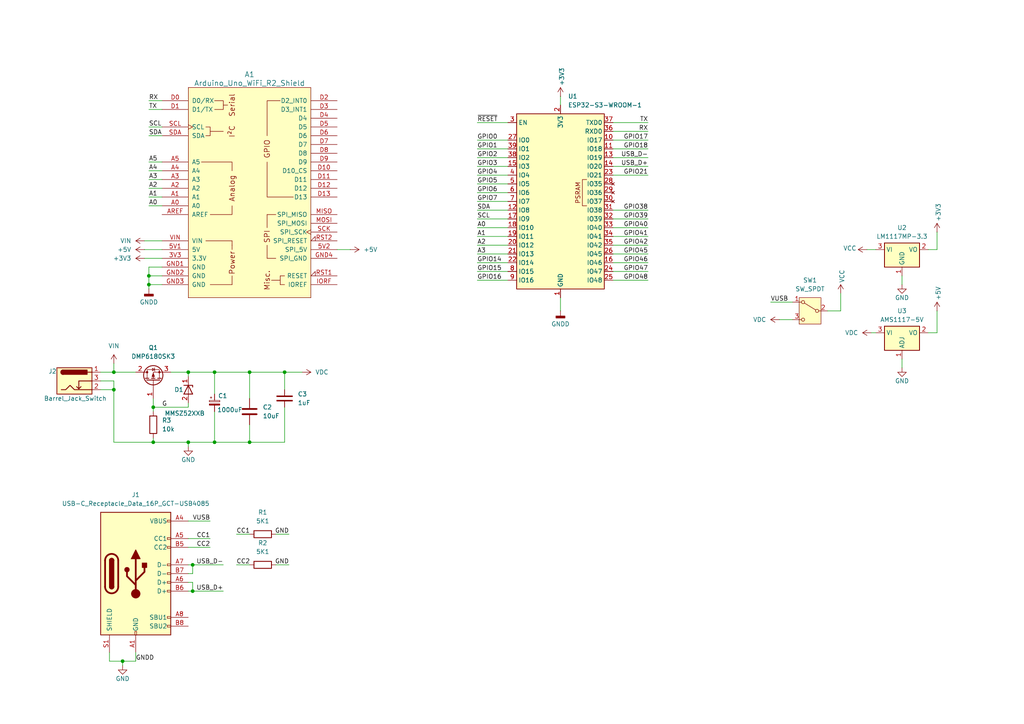
<source format=kicad_sch>
(kicad_sch (version 20231120) (generator "eeschema") (generator_version "8.0")
  (paper "A4")
  (lib_symbols
    (symbol "Alexander Symbol Library:USB-C_Receptacle_Data_16P_GCT-USB4085" (pin_names (offset 1.016))
      (property "Reference" "J" (at 0 22.225 0))
      (property "Value" "USB-C_Receptacle_Data_16P_GCT-USB4085" (at 0 19.685 0))
      (symbol "USB-C_Receptacle_Data_16P_GCT-USB4085_0_0"
        (rectangle (start -0.254 -17.78) (end 0.254 -16.764))
        (rectangle (start 10.16 -14.986) (end 9.144 -15.494))
        (rectangle (start 10.16 -12.446) (end 9.144 -12.954))
        (rectangle (start 10.16 -4.826) (end 9.144 -5.334))
        (rectangle (start 10.16 -2.286) (end 9.144 -2.794))
        (rectangle (start 10.16 0.254) (end 9.144 -0.254))
        (rectangle (start 10.16 2.794) (end 9.144 2.286))
        (rectangle (start 10.16 7.874) (end 9.144 7.366))
        (rectangle (start 10.16 10.414) (end 9.144 9.906))
        (rectangle (start 10.16 15.494) (end 9.144 14.986))
      )
      (symbol "USB-C_Receptacle_Data_16P_GCT-USB4085_0_1"
        (rectangle (start -10.16 17.78) (end 10.16 -17.78) (stroke (width 0.254)) (fill (type background)))
        (arc (start -8.89 -3.81) (mid -6.985 -5.7067) (end -5.08 -3.81) (stroke (width 0.508)))
        (arc (start -7.62 -3.81) (mid -6.985 -4.4423) (end -6.35 -3.81) (stroke (width 0.254)))
        (arc (start -7.62 -3.81) (mid -6.985 -4.4423) (end -6.35 -3.81) (stroke (width 0.254)) (fill (type outline)))
        (rectangle (start -7.62 -3.81) (end -6.35 3.81) (stroke (width 0.254)) (fill (type outline)))
        (arc (start -6.35 3.81) (mid -6.985 4.4423) (end -7.62 3.81) (stroke (width 0.254)))
        (arc (start -6.35 3.81) (mid -6.985 4.4423) (end -7.62 3.81) (stroke (width 0.254)) (fill (type outline)))
        (arc (start -5.08 3.81) (mid -6.985 5.7067) (end -8.89 3.81) (stroke (width 0.508)))
        (circle (center -2.54 1.143) (radius 0.635) (stroke (width 0.254)) (fill (type outline)))
        (circle (center 0 -5.842) (radius 1.27) (fill (type outline)))
        (polyline (pts (xy -8.89 -3.81) (xy -8.89 3.81)) (stroke (width 0.508)))
        (polyline (pts (xy -5.08 3.81) (xy -5.08 -3.81)) (stroke (width 0.508)))
        (polyline (pts (xy 0 -5.842) (xy 0 4.318)) (stroke (width 0.508)))
        (polyline (pts (xy 0 -3.302) (xy -2.54 -0.762) (xy -2.54 0.508)) (stroke (width 0.508)))
        (polyline (pts (xy 0 -2.032) (xy 2.54 0.508) (xy 2.54 1.778)) (stroke (width 0.508)))
        (polyline (pts (xy -1.27 4.318) (xy 0 6.858) (xy 1.27 4.318) (xy -1.27 4.318)) (stroke (width 0.254)) (fill (type outline)))
        (rectangle (start 1.905 1.778) (end 3.175 3.048) (stroke (width 0.254)) (fill (type outline)))
      )
      (symbol "USB-C_Receptacle_Data_16P_GCT-USB4085_1_1"
        (pin power_in line (at 0 -22.86 90) (length 5.08) (name "GND") (number "A1"))
        (pin power_in line (at 0 -22.86 90) (length 5.08) hide (name "GND") (number "A12"))
        (pin power_out line (at 15.24 15.24 180) (length 5.08) (name "VBUS") (number "A4"))
        (pin bidirectional line (at 15.24 10.16 180) (length 5.08) (name "CC1") (number "A5"))
        (pin bidirectional line (at 15.24 -2.54 180) (length 5.08) (name "D+") (number "A6"))
        (pin bidirectional line (at 15.24 2.54 180) (length 5.08) (name "D-") (number "A7"))
        (pin bidirectional line (at 15.24 -12.7 180) (length 5.08) (name "SBU1") (number "A8"))
        (pin power_out line (at 15.24 15.24 180) (length 5.08) hide (name "VBUS") (number "A9"))
        (pin power_in line (at 0 -22.86 90) (length 5.08) hide (name "GND") (number "B1"))
        (pin power_in line (at 0 -22.86 90) (length 5.08) hide (name "GND") (number "B12"))
        (pin power_out line (at 15.24 15.24 180) (length 5.08) hide (name "VBUS") (number "B4"))
        (pin bidirectional line (at 15.24 7.62 180) (length 5.08) (name "CC2") (number "B5"))
        (pin bidirectional line (at 15.24 -5.08 180) (length 5.08) (name "D+") (number "B6"))
        (pin bidirectional line (at 15.24 0 180) (length 5.08) (name "D-") (number "B7"))
        (pin bidirectional line (at 15.24 -15.24 180) (length 5.08) (name "SBU2") (number "B8"))
        (pin passive line (at 15.24 15.24 180) (length 5.08) hide (name "VBUS") (number "B9"))
        (pin power_in line (at -7.62 -22.86 90) (length 5.08) (name "SHIELD") (number "S1"))
        (pin power_in line (at -7.62 -22.86 90) (length 5.08) hide (name "SHIELD") (number "S2"))
        (pin power_in line (at -7.62 -22.86 90) (length 5.08) hide (name "SHIELD") (number "S3"))
        (pin power_in line (at -7.62 -22.86 90) (length 5.08) hide (name "SHIELD") (number "S4"))
      )
    )
    (symbol "Alexander Symbols:AMS1117-5V" (exclude_from_sim yes)
      (property "Reference" "U" (at 0 0 0))
      (property "Value" "AMS1117-5V" (at 0 2.032 0))
      (symbol "AMS1117-5V_0_1"
        (rectangle (start -5.08 -8.89) (end 5.08 -1.905) (stroke (width 0.254)) (fill (type background)))
      )
      (symbol "AMS1117-5V_1_1"
        (pin power_out line (at 0 -11.43 90) (length 2.54) (name "ADJ") (number "1"))
        (pin power_out line (at 7.62 -3.81 180) (length 2.54) (name "VO") (number "2"))
        (pin power_in line (at -7.62 -3.81 0) (length 2.54) (name "VI") (number "3"))
      )
    )
    (symbol "Connector:Barrel_Jack_Switch" (pin_names hide)
      (property "Reference" "J" (at 0 5.334 0))
      (property "Value" "Barrel_Jack_Switch" (at 0 -5.08 0))
      (symbol "Barrel_Jack_Switch_0_1"
        (rectangle (start -5.08 3.81) (end 5.08 -3.81) (stroke (width 0.254)) (fill (type background)))
        (arc (start -3.302 3.175) (mid -3.9343 2.54) (end -3.302 1.905) (stroke (width 0.254)))
        (arc (start -3.302 3.175) (mid -3.9343 2.54) (end -3.302 1.905) (stroke (width 0.254)) (fill (type outline)))
        (polyline (pts (xy 1.27 -2.286) (xy 1.905 -1.651)) (stroke (width 0.254)))
        (polyline (pts (xy 5.08 2.54) (xy 3.81 2.54)) (stroke (width 0.254)))
        (polyline (pts (xy 5.08 0) (xy 1.27 0) (xy 1.27 -2.286) (xy 0.635 -1.651)) (stroke (width 0.254)))
        (polyline (pts (xy -3.81 -2.54) (xy -2.54 -2.54) (xy -1.27 -1.27) (xy 0 -2.54) (xy 2.54 -2.54) (xy 5.08 -2.54)) (stroke (width 0.254)))
        (rectangle (start 3.683 3.175) (end -3.302 1.905) (stroke (width 0.254)) (fill (type outline)))
      )
      (symbol "Barrel_Jack_Switch_1_1"
        (pin passive line (at 7.62 2.54 180) (length 2.54) (name "~") (number "1"))
        (pin passive line (at 7.62 -2.54 180) (length 2.54) (name "~") (number "2"))
        (pin passive line (at 7.62 0 180) (length 2.54) (name "~") (number "3"))
      )
    )
    (symbol "Device:C" (pin_numbers hide) (pin_names (offset 0.254))
      (property "Reference" "C" (at 0.635 2.54 0))
      (property "Value" "C" (at 0.635 -2.54 0))
      (symbol "C_0_1"
        (polyline (pts (xy -2.032 -0.762) (xy 2.032 -0.762)) (stroke (width 0.508)))
        (polyline (pts (xy -2.032 0.762) (xy 2.032 0.762)) (stroke (width 0.508)))
      )
      (symbol "C_1_1"
        (pin passive line (at 0 3.81 270) (length 2.794) (name "~") (number "1"))
        (pin passive line (at 0 -3.81 90) (length 2.794) (name "~") (number "2"))
      )
    )
    (symbol "Device:C_Polarized_Small" (pin_numbers hide) (pin_names (offset 0.254) hide)
      (property "Reference" "C" (at 0.254 1.778 0))
      (property "Value" "C_Polarized_Small" (at 0.254 -2.032 0))
      (symbol "C_Polarized_Small_0_1"
        (rectangle (start -1.524 -0.3048) (end 1.524 -0.6858) (fill (type outline)))
        (rectangle (start -1.524 0.6858) (end 1.524 0.3048))
        (polyline (pts (xy -1.27 1.524) (xy -0.762 1.524)))
        (polyline (pts (xy -1.016 1.27) (xy -1.016 1.778)))
      )
      (symbol "C_Polarized_Small_1_1"
        (pin passive line (at 0 2.54 270) (length 1.8542) (name "~") (number "1"))
        (pin passive line (at 0 -2.54 90) (length 1.8542) (name "~") (number "2"))
      )
    )
    (symbol "Device:R" (pin_numbers hide) (pin_names (offset 0))
      (property "Reference" "R" (at 2.032 0 90))
      (property "Value" "R" (at 0 0 90))
      (symbol "R_0_1"
        (rectangle (start -1.016 -2.54) (end 1.016 2.54) (stroke (width 0.254)))
      )
      (symbol "R_1_1"
        (pin passive line (at 0 3.81 270) (length 1.27) (name "~") (number "1"))
        (pin passive line (at 0 -3.81 90) (length 1.27) (name "~") (number "2"))
      )
    )
    (symbol "PCM_SL_Devices:Capacitor_NP"
      (property "Reference" "C" (at 0 6.35 0))
      (property "Value" "Capacitor_NP" (at 0 3.81 0))
      (symbol "Capacitor_NP_0_1"
        (rectangle (start -0.762 2.286) (end -0.508 -2.286) (fill (type outline)))
        (rectangle (start 0.508 2.286) (end 0.762 -2.286) (fill (type outline)))
      )
      (symbol "Capacitor_NP_1_1"
        (pin passive line (at -2.54 0 0) (length 2) (name "~") (number "1"))
        (pin input line (at 2.54 0 180) (length 2) (name "~") (number "2"))
      )
    )
    (symbol "PCM_arduino-library:Arduino_Uno_WiFi_R2_Shield" (pin_names (offset 1.016))
      (property "Reference" "A" (at 0 36.83 0))
      (property "Value" "Arduino_Uno_WiFi_R2_Shield" (at 0 33.02 0))
      (symbol "Arduino_Uno_WiFi_R2_Shield_0_0"
        (rectangle (start -17.78 30.48) (end 17.78 -30.48) (fill (type background)))
        (rectangle (start -12.7 -13.97) (end -5.08 -13.97))
        (rectangle (start -11.43 -26.67) (end -5.08 -26.67))
        (polyline (pts (xy -11.43 17.78) (xy -7.62 17.78)))
        (polyline (pts (xy -7.62 25.4) (xy -6.35 25.4)))
        (polyline (pts (xy -5.08 -26.67) (xy -5.08 -24.13)))
        (polyline (pts (xy -5.08 -15.24) (xy -5.08 -16.51)))
        (polyline (pts (xy -5.08 -13.97) (xy -5.08 -15.24)))
        (polyline (pts (xy -5.08 -3.81) (xy -5.08 -6.35) (xy -11.43 -6.35)))
        (polyline (pts (xy -5.08 6.35) (xy -5.08 8.89) (xy -13.97 8.89)))
        (polyline (pts (xy 5.08 8.89) (xy 5.08 -1.27) (xy 12.7 -1.27)))
        (polyline (pts (xy 5.08 16.51) (xy 5.08 26.67) (xy 8.89 26.67)))
        (polyline (pts (xy -12.7 19.05) (xy -11.43 19.05) (xy -11.43 16.51) (xy -12.7 16.51)))
        (polyline (pts (xy -10.16 26.67) (xy -7.62 26.67) (xy -7.62 24.13) (xy -10.16 24.13)))
        (rectangle (start 5.08 -19.05) (end 5.08 -15.24))
        (rectangle (start 5.08 -19.05) (end 7.62 -19.05))
        (rectangle (start 5.08 -10.16) (end 5.08 -6.35))
        (rectangle (start 7.62 -6.35) (end 5.08 -6.35))
        (rectangle (start 8.89 -25.4) (end 6.35 -25.4))
        (rectangle (start 8.89 -24.13) (end 8.89 -26.67))
        (rectangle (start 10.16 -26.67) (end 8.89 -26.67))
        (rectangle (start 10.16 -24.13) (end 8.89 -24.13))
        (text "Analog" (at -5.08 1.27 900) (effects (font (size 1.524 1.524))))
        (text "I²C" (at -5.08 17.78 900) (effects (font (size 1.524 1.524))))
        (text "Misc." (at 5.08 -25.4 900) (effects (font (size 1.524 1.524))))
        (text "Power" (at -5.08 -20.32 900) (effects (font (size 1.524 1.524))))
        (text "Serial" (at -5.08 25.4 900) (effects (font (size 1.524 1.524))))
        (text "SPI" (at 5.08 -12.7 900) (effects (font (size 1.524 1.524))))
      )
      (symbol "Arduino_Uno_WiFi_R2_Shield_1_0"
        (text "GPIO" (at 5.08 12.7 900) (effects (font (size 1.524 1.524))))
      )
      (symbol "Arduino_Uno_WiFi_R2_Shield_1_1"
        (pin power_out line (at -25.4 -19.05 0) (length 7.62) (name "3.3V") (number "3V3"))
        (pin power_in line (at -25.4 -16.51 0) (length 7.62) (name "5V") (number "5V1"))
        (pin power_in line (at 25.4 -16.51 180) (length 7.62) (name "SPI_5V") (number "5V2"))
        (pin bidirectional line (at -25.4 -3.81 0) (length 7.62) (name "A0") (number "A0"))
        (pin bidirectional line (at -25.4 -1.27 0) (length 7.62) (name "A1") (number "A1"))
        (pin bidirectional line (at -25.4 1.27 0) (length 7.62) (name "A2") (number "A2"))
        (pin bidirectional line (at -25.4 3.81 0) (length 7.62) (name "A3") (number "A3"))
        (pin bidirectional line (at -25.4 6.35 0) (length 7.62) (name "A4") (number "A4"))
        (pin bidirectional line (at -25.4 8.89 0) (length 7.62) (name "A5") (number "A5"))
        (pin input line (at -25.4 -6.35 0) (length 7.62) (name "AREF") (number "AREF"))
        (pin bidirectional line (at -25.4 26.67 0) (length 7.62) (name "D0/RX") (number "D0"))
        (pin bidirectional line (at -25.4 24.13 0) (length 7.62) (name "D1/TX") (number "D1"))
        (pin bidirectional line (at 25.4 6.35 180) (length 7.62) (name "D10_CS") (number "D10"))
        (pin bidirectional line (at 25.4 3.81 180) (length 7.62) (name "D11") (number "D11"))
        (pin bidirectional line (at 25.4 1.27 180) (length 7.62) (name "D12") (number "D12"))
        (pin bidirectional line (at 25.4 -1.27 180) (length 7.62) (name "D13") (number "D13"))
        (pin bidirectional line (at 25.4 26.67 180) (length 7.62) (name "D2_INT0") (number "D2"))
        (pin bidirectional line (at 25.4 24.13 180) (length 7.62) (name "D3_INT1") (number "D3"))
        (pin bidirectional line (at 25.4 21.59 180) (length 7.62) (name "D4") (number "D4"))
        (pin bidirectional line (at 25.4 19.05 180) (length 7.62) (name "D5") (number "D5"))
        (pin bidirectional line (at 25.4 16.51 180) (length 7.62) (name "D6") (number "D6"))
        (pin bidirectional line (at 25.4 13.97 180) (length 7.62) (name "D7") (number "D7"))
        (pin bidirectional line (at 25.4 11.43 180) (length 7.62) (name "D8") (number "D8"))
        (pin bidirectional line (at 25.4 8.89 180) (length 7.62) (name "D9") (number "D9"))
        (pin power_in line (at -25.4 -21.59 0) (length 7.62) (name "GND") (number "GND1"))
        (pin power_in line (at -25.4 -24.13 0) (length 7.62) (name "GND") (number "GND2"))
        (pin power_in line (at -25.4 -26.67 0) (length 7.62) (name "GND") (number "GND3"))
        (pin power_in line (at 25.4 -19.05 180) (length 7.62) (name "SPI_GND") (number "GND4"))
        (pin output line (at 25.4 -26.67 180) (length 7.62) (name "IOREF") (number "IORF"))
        (pin input line (at 25.4 -6.35 180) (length 7.62) (name "SPI_MISO") (number "MISO"))
        (pin output line (at 25.4 -8.89 180) (length 7.62) (name "SPI_MOSI") (number "MOSI"))
        (pin open_collector input_low (at 25.4 -24.13 180) (length 7.62) (name "RESET") (number "RST1"))
        (pin open_collector input_low (at 25.4 -13.97 180) (length 7.62) (name "SPI_RESET") (number "RST2"))
        (pin output clock (at 25.4 -11.43 180) (length 7.62) (name "SPI_SCK") (number "SCK"))
        (pin bidirectional clock (at -25.4 19.05 0) (length 7.62) (name "SCL") (number "SCL"))
        (pin bidirectional line (at -25.4 16.51 0) (length 7.62) (name "SDA") (number "SDA"))
        (pin power_in line (at -25.4 -13.97 0) (length 7.62) (name "VIN") (number "VIN"))
      )
    )
    (symbol "RF_Module:ESP32-S3-WROOM-1"
      (property "Reference" "U6" (at 2.1941 30.48 0))
      (property "Value" "ESP32-S3-WROOM-1" (at 2.1941 27.94 0))
      (symbol "ESP32-S3-WROOM-1_0_0"
        (rectangle (start -12.7 25.4) (end 12.7 -25.4) (stroke (width 0.254)) (fill (type background)))
        (text "PSRAM" (at 5.08 2.54 900) (effects (font (size 1.27 1.27))))
      )
      (symbol "ESP32-S3-WROOM-1_0_1"
        (polyline (pts (xy 7.62 -1.27) (xy 6.35 -1.27) (xy 6.35 6.35) (xy 7.62 6.35)))
      )
      (symbol "ESP32-S3-WROOM-1_1_1"
        (pin power_in line (at 0 -27.94 90) (length 2.54) (name "GND") (number "1"))
        (pin bidirectional line (at 15.24 17.78 180) (length 2.54) (name "IO17") (number "10"))
        (pin bidirectional line (at 15.24 15.24 180) (length 2.54) (name "IO18") (number "11"))
        (pin bidirectional line (at -15.24 -2.54 0) (length 2.54) (name "IO8") (number "12"))
        (pin bidirectional line (at 15.24 12.7 180) (length 2.54) (name "IO19") (number "13"))
        (pin bidirectional line (at 15.24 10.16 180) (length 2.54) (name "IO20") (number "14"))
        (pin bidirectional line (at -15.24 10.16 0) (length 2.54) (name "IO3") (number "15"))
        (pin bidirectional line (at 15.24 -17.78 180) (length 2.54) (name "IO46") (number "16"))
        (pin bidirectional line (at -15.24 -5.08 0) (length 2.54) (name "IO9") (number "17"))
        (pin bidirectional line (at -15.24 -7.62 0) (length 2.54) (name "IO10") (number "18"))
        (pin bidirectional line (at -15.24 -10.16 0) (length 2.54) (name "IO11") (number "19"))
        (pin power_in line (at 0 27.94 270) (length 2.54) (name "3V3") (number "2"))
        (pin bidirectional line (at -15.24 -12.7 0) (length 2.54) (name "IO12") (number "20"))
        (pin bidirectional line (at -15.24 -15.24 0) (length 2.54) (name "IO13") (number "21"))
        (pin bidirectional line (at -15.24 -17.78 0) (length 2.54) (name "IO14") (number "22"))
        (pin bidirectional line (at 15.24 7.62 180) (length 2.54) (name "IO21") (number "23"))
        (pin bidirectional line (at 15.24 -20.32 180) (length 2.54) (name "IO47") (number "24"))
        (pin bidirectional line (at 15.24 -22.86 180) (length 2.54) (name "IO48") (number "25"))
        (pin bidirectional line (at 15.24 -15.24 180) (length 2.54) (name "IO45") (number "26"))
        (pin bidirectional line (at -15.24 17.78 0) (length 2.54) (name "IO0") (number "27"))
        (pin no_connect line (at 15.24 5.08 180) (length 2.54) (name "IO35") (number "28"))
        (pin no_connect line (at 15.24 2.54 180) (length 2.54) (name "IO36") (number "29"))
        (pin input line (at -15.24 22.86 0) (length 2.54) (name "EN") (number "3"))
        (pin no_connect line (at 15.24 0 180) (length 2.54) (name "IO37") (number "30"))
        (pin bidirectional line (at 15.24 -2.54 180) (length 2.54) (name "IO38") (number "31"))
        (pin bidirectional line (at 15.24 -5.08 180) (length 2.54) (name "IO39") (number "32"))
        (pin bidirectional line (at 15.24 -7.62 180) (length 2.54) (name "IO40") (number "33"))
        (pin bidirectional line (at 15.24 -10.16 180) (length 2.54) (name "IO41") (number "34"))
        (pin bidirectional line (at 15.24 -12.7 180) (length 2.54) (name "IO42") (number "35"))
        (pin bidirectional line (at 15.24 20.32 180) (length 2.54) (name "RXD0") (number "36"))
        (pin bidirectional line (at 15.24 22.86 180) (length 2.54) (name "TXD0") (number "37"))
        (pin bidirectional line (at -15.24 12.7 0) (length 2.54) (name "IO2") (number "38"))
        (pin bidirectional line (at -15.24 15.24 0) (length 2.54) (name "IO1") (number "39"))
        (pin bidirectional line (at -15.24 7.62 0) (length 2.54) (name "IO4") (number "4"))
        (pin passive line (at 0 -27.94 90) (length 2.54) hide (name "GND") (number "40"))
        (pin passive line (at 0 -27.94 90) (length 2.54) hide (name "GND") (number "41"))
        (pin bidirectional line (at -15.24 5.08 0) (length 2.54) (name "IO5") (number "5"))
        (pin bidirectional line (at -15.24 2.54 0) (length 2.54) (name "IO6") (number "6"))
        (pin bidirectional line (at -15.24 0 0) (length 2.54) (name "IO7") (number "7"))
        (pin bidirectional line (at -15.24 -20.32 0) (length 2.54) (name "IO15") (number "8"))
        (pin bidirectional line (at -15.24 -22.86 0) (length 2.54) (name "IO16") (number "9"))
      )
    )
    (symbol "Regulator_Linear:LM1117MP-3.3"
      (property "Reference" "U" (at -3.81 3.175 0))
      (property "Value" "LM1117MP-3.3" (at 0 3.175 0))
      (symbol "LM1117MP-3.3_0_1"
        (rectangle (start -5.08 -5.08) (end 5.08 1.905) (stroke (width 0.254)) (fill (type background)))
      )
      (symbol "LM1117MP-3.3_1_1"
        (pin power_in line (at 0 -7.62 90) (length 2.54) (name "GND") (number "1"))
        (pin power_out line (at 7.62 0 180) (length 2.54) (name "VO") (number "2"))
        (pin power_in line (at -7.62 0 0) (length 2.54) (name "VI") (number "3"))
      )
    )
    (symbol "Switch:SW_SPDT" (pin_names (offset 0) hide)
      (property "Reference" "SW" (at 0 5.08 0))
      (property "Value" "SW_SPDT" (at 0 -5.08 0))
      (symbol "SW_SPDT_0_1"
        (circle (center -2.032 0) (radius 0.4572))
        (polyline (pts (xy -1.651 0.254) (xy 1.651 2.286)))
        (circle (center 2.032 -2.54) (radius 0.4572))
        (circle (center 2.032 2.54) (radius 0.4572))
      )
      (symbol "SW_SPDT_1_1"
        (rectangle (start -3.175 3.81) (end 3.175 -3.81) (fill (type background)))
        (pin passive line (at 5.08 2.54 180) (length 2.54) (name "A") (number "1"))
        (pin passive line (at -5.08 0 0) (length 2.54) (name "B") (number "2"))
        (pin passive line (at 5.08 -2.54 180) (length 2.54) (name "C") (number "3"))
      )
    )
    (symbol "myparts:DMP6180SK3" (pin_names hide)
      (property "Reference" "Q" (at -6.35 3.81 0))
      (property "Value" "DMP6180SK3" (at -8.89 -5.08 0))
      (symbol "DMP6180SK3_0_1"
        (circle (center -0.889 0) (radius 2.794) (stroke (width 0.254)))
        (circle (center 0 -1.778) (radius 0.254) (fill (type outline)))
        (polyline (pts (xy -2.286 0) (xy -5.08 0)))
        (polyline (pts (xy -2.286 1.905) (xy -2.286 -1.905)) (stroke (width 0.254)))
        (polyline (pts (xy -1.778 -1.27) (xy -1.778 -2.286)) (stroke (width 0.254)))
        (polyline (pts (xy -1.778 0.508) (xy -1.778 -0.508)) (stroke (width 0.254)))
        (polyline (pts (xy -1.778 2.286) (xy -1.778 1.27)) (stroke (width 0.254)))
        (polyline (pts (xy 0 2.54) (xy 0 1.778)))
        (polyline (pts (xy 0 -2.54) (xy 0 0) (xy -1.778 0)))
        (polyline (pts (xy -1.778 1.778) (xy 0.762 1.778) (xy 0.762 -1.778) (xy -1.778 -1.778)))
        (polyline (pts (xy -0.254 0) (xy -1.27 0.381) (xy -1.27 -0.381) (xy -0.254 0)) (fill (type outline)))
        (polyline (pts (xy 0.254 -0.508) (xy 0.381 -0.381) (xy 1.143 -0.381) (xy 1.27 -0.254)))
        (polyline (pts (xy 0.762 -0.381) (xy 0.381 0.254) (xy 1.143 0.254) (xy 0.762 -0.381)))
        (circle (center 0 1.778) (radius 0.254) (fill (type outline)))
      )
      (symbol "DMP6180SK3_1_1"
        (pin input line (at -7.62 0 0) (length 2.54) (name "G") (number "1"))
        (pin passive line (at 0 5.08 270) (length 2.54) (name "D") (number "2"))
        (pin passive line (at 0 -5.08 90) (length 2.54) (name "S") (number "3"))
      )
    )
    (symbol "myparts:MMSZ52XXB" (pin_names hide)
      (property "Reference" "D" (at -7.62 -2.54 0))
      (property "Value" "MMSZ52XXB" (at -2.54 3.81 0))
      (symbol "MMSZ52XXB_0_1"
        (polyline (pts (xy 2.54 0) (xy 0 0)))
        (polyline (pts (xy 0 -1.27) (xy 0 1.27) (xy 0.508 1.27)) (stroke (width 0.254)))
        (polyline (pts (xy 2.54 -1.27) (xy 2.54 1.27) (xy 0 0) (xy 2.54 -1.27)) (stroke (width 0.254)))
      )
      (symbol "MMSZ52XXB_1_1"
        (pin passive line (at -2.54 0 0) (length 2.54) (name "K") (number "1"))
        (pin passive line (at 5.08 0 180) (length 2.54) (name "A") (number "2"))
      )
    )
    (symbol "power:+3V3" (power) (pin_numbers hide) (pin_names (offset 0) hide)
      (property "Value" "+3V3" (at 0 3.556 0))
      (symbol "+3V3_0_1"
        (polyline (pts (xy -0.762 1.27) (xy 0 2.54)))
        (polyline (pts (xy 0 0) (xy 0 2.54)))
        (polyline (pts (xy 0 2.54) (xy 0.762 1.27)))
      )
      (symbol "+3V3_1_1"
        (pin power_in line (at 0 0 90) (length 0) (name "~") (number "1"))
      )
    )
    (symbol "power:+5V" (power) (pin_numbers hide) (pin_names (offset 0) hide)
      (property "Value" "+5V" (at 0 3.556 0))
      (symbol "+5V_0_1"
        (polyline (pts (xy -0.762 1.27) (xy 0 2.54)))
        (polyline (pts (xy 0 0) (xy 0 2.54)))
        (polyline (pts (xy 0 2.54) (xy 0.762 1.27)))
      )
      (symbol "+5V_1_1"
        (pin power_in line (at 0 0 90) (length 0) (name "~") (number "1"))
      )
    )
    (symbol "power:GND" (power) (pin_names (offset 0))
      (property "Value" "GND" (at 0 -3.81 0))
      (symbol "GND_0_1"
        (polyline (pts (xy 0 0) (xy 0 -1.27) (xy 1.27 -1.27) (xy 0 -2.54) (xy -1.27 -1.27) (xy 0 -1.27)))
      )
      (symbol "GND_1_1"
        (pin power_in line (at 0 0 270) (length 0) hide (name "GND") (number "1"))
      )
    )
    (symbol "power:GNDD" (power) (pin_numbers hide) (pin_names (offset 0) hide)
      (property "Value" "GNDD" (at 0 -3.175 0))
      (symbol "GNDD_0_1"
        (rectangle (start -1.27 -1.524) (end 1.27 -2.032) (stroke (width 0.254)) (fill (type outline)))
        (polyline (pts (xy 0 0) (xy 0 -1.524)))
      )
      (symbol "GNDD_1_1"
        (pin power_in line (at 0 0 270) (length 0) (name "~") (number "1"))
      )
    )
    (symbol "power:VCC" (power) (pin_names (offset 0))
      (property "Value" "VCC" (at 0 3.81 0))
      (symbol "VCC_0_1"
        (polyline (pts (xy -0.762 1.27) (xy 0 2.54)))
        (polyline (pts (xy 0 0) (xy 0 2.54)))
        (polyline (pts (xy 0 2.54) (xy 0.762 1.27)))
      )
      (symbol "VCC_1_1"
        (pin power_in line (at 0 0 90) (length 0) hide (name "VCC") (number "1"))
      )
    )
    (symbol "power:VDC" (power) (pin_numbers hide) (pin_names (offset 0) hide)
      (property "Value" "VDC" (at 0 3.556 0))
      (symbol "VDC_0_1"
        (polyline (pts (xy -0.762 1.27) (xy 0 2.54)))
        (polyline (pts (xy 0 0) (xy 0 2.54)))
        (polyline (pts (xy 0 2.54) (xy 0.762 1.27)))
      )
      (symbol "VDC_1_1"
        (pin power_in line (at 0 0 90) (length 0) (name "~") (number "1"))
      )
    )
  )
  (junction (at 55.88 171.45))
  (junction (at 62.23 107.95))
  (junction (at 72.39 128.27))
  (junction (at 54.61 128.27))
  (junction (at 44.45 128.27))
  (junction (at 35.56 191.77))
  (junction (at 55.88 163.83))
  (junction (at 33.02 113.03))
  (junction (at 54.61 107.95))
  (junction (at 43.18 82.55))
  (junction (at 82.55 107.95))
  (junction (at 33.02 107.95))
  (junction (at 44.45 118.11))
  (junction (at 43.18 80.01))
  (junction (at 62.23 128.27))
  (junction (at 72.39 107.95))
  (wire (pts (xy 177.8 73.66) (xy 187.96 73.66)))
  (wire (pts (xy 29.21 107.95) (xy 33.02 107.95)))
  (wire (pts (xy 44.45 119.38) (xy 44.45 118.11)))
  (wire (pts (xy 223.52 87.63) (xy 229.87 87.63)))
  (wire (pts (xy 162.56 86.36) (xy 162.56 90.17)))
  (wire (pts (xy 62.23 128.27) (xy 54.61 128.27)))
  (wire (pts (xy 43.18 52.07) (xy 46.99 52.07)))
  (wire (pts (xy 54.61 116.84) (xy 54.61 118.11)))
  (wire (pts (xy 226.06 92.71) (xy 229.87 92.71)))
  (wire (pts (xy 29.21 110.49) (xy 33.02 110.49)))
  (wire (pts (xy 54.61 158.75) (xy 60.96 158.75)))
  (wire (pts (xy 243.84 90.17) (xy 243.84 85.09)))
  (wire (pts (xy 261.62 104.14) (xy 261.62 106.68)))
  (wire (pts (xy 33.02 105.41) (xy 33.02 107.95)))
  (wire (pts (xy 271.78 96.52) (xy 269.24 96.52)))
  (wire (pts (xy 62.23 119.38) (xy 62.23 128.27)))
  (wire (pts (xy 138.43 78.74) (xy 147.32 78.74)))
  (wire (pts (xy 138.43 68.58) (xy 147.32 68.58)))
  (wire (pts (xy 55.88 163.83) (xy 64.77 163.83)))
  (wire (pts (xy 44.45 118.11) (xy 44.45 115.57)))
  (wire (pts (xy 261.62 80.01) (xy 261.62 82.55)))
  (wire (pts (xy 43.18 82.55) (xy 43.18 80.01)))
  (wire (pts (xy 33.02 110.49) (xy 33.02 113.03)))
  (wire (pts (xy 33.02 113.03) (xy 33.02 128.27)))
  (wire (pts (xy 72.39 128.27) (xy 82.55 128.27)))
  (wire (pts (xy 177.8 71.12) (xy 187.96 71.12)))
  (wire (pts (xy 177.8 45.72) (xy 187.96 45.72)))
  (wire (pts (xy 138.43 40.64) (xy 147.32 40.64)))
  (wire (pts (xy 43.18 54.61) (xy 46.99 54.61)))
  (wire (pts (xy 43.18 82.55) (xy 46.99 82.55)))
  (wire (pts (xy 43.18 83.82) (xy 43.18 82.55)))
  (wire (pts (xy 62.23 128.27) (xy 72.39 128.27)))
  (wire (pts (xy 80.01 163.83) (xy 83.82 163.83)))
  (wire (pts (xy 162.56 27.94) (xy 162.56 30.48)))
  (wire (pts (xy 177.8 76.2) (xy 187.96 76.2)))
  (wire (pts (xy 43.18 77.47) (xy 46.99 77.47)))
  (wire (pts (xy 82.55 107.95) (xy 82.55 113.03)))
  (wire (pts (xy 177.8 78.74) (xy 187.96 78.74)))
  (wire (pts (xy 43.18 31.75) (xy 46.99 31.75)))
  (wire (pts (xy 41.91 69.85) (xy 46.99 69.85)))
  (wire (pts (xy 177.8 81.28) (xy 187.96 81.28)))
  (wire (pts (xy 80.01 154.94) (xy 83.82 154.94)))
  (wire (pts (xy 177.8 48.26) (xy 187.96 48.26)))
  (wire (pts (xy 82.55 118.11) (xy 82.55 128.27)))
  (wire (pts (xy 44.45 127) (xy 44.45 128.27)))
  (wire (pts (xy 68.58 163.83) (xy 72.39 163.83)))
  (wire (pts (xy 177.8 38.1) (xy 187.96 38.1)))
  (wire (pts (xy 72.39 107.95) (xy 72.39 115.57)))
  (wire (pts (xy 138.43 73.66) (xy 147.32 73.66)))
  (wire (pts (xy 138.43 76.2) (xy 147.32 76.2)))
  (wire (pts (xy 44.45 128.27) (xy 33.02 128.27)))
  (wire (pts (xy 54.61 107.95) (xy 62.23 107.95)))
  (wire (pts (xy 138.43 71.12) (xy 147.32 71.12)))
  (wire (pts (xy 43.18 57.15) (xy 46.99 57.15)))
  (wire (pts (xy 43.18 49.53) (xy 46.99 49.53)))
  (wire (pts (xy 35.56 191.77) (xy 35.56 193.04)))
  (wire (pts (xy 138.43 66.04) (xy 147.32 66.04)))
  (wire (pts (xy 97.79 72.39) (xy 101.6 72.39)))
  (wire (pts (xy 271.78 90.17) (xy 271.78 96.52)))
  (wire (pts (xy 55.88 166.37) (xy 55.88 163.83)))
  (wire (pts (xy 43.18 39.37) (xy 46.99 39.37)))
  (wire (pts (xy 252.73 96.52) (xy 254 96.52)))
  (wire (pts (xy 82.55 107.95) (xy 87.63 107.95)))
  (wire (pts (xy 138.43 63.5) (xy 147.32 63.5)))
  (wire (pts (xy 62.23 107.95) (xy 72.39 107.95)))
  (wire (pts (xy 33.02 107.95) (xy 39.37 107.95)))
  (wire (pts (xy 43.18 80.01) (xy 46.99 80.01)))
  (wire (pts (xy 138.43 58.42) (xy 147.32 58.42)))
  (wire (pts (xy 39.37 189.23) (xy 39.37 191.77)))
  (wire (pts (xy 72.39 123.19) (xy 72.39 128.27)))
  (wire (pts (xy 43.18 29.21) (xy 46.99 29.21)))
  (wire (pts (xy 54.61 128.27) (xy 44.45 128.27)))
  (wire (pts (xy 55.88 168.91) (xy 55.88 171.45)))
  (wire (pts (xy 240.03 90.17) (xy 243.84 90.17)))
  (wire (pts (xy 138.43 43.18) (xy 147.32 43.18)))
  (wire (pts (xy 49.53 107.95) (xy 54.61 107.95)))
  (wire (pts (xy 31.75 189.23) (xy 31.75 191.77)))
  (wire (pts (xy 43.18 46.99) (xy 46.99 46.99)))
  (wire (pts (xy 138.43 53.34) (xy 147.32 53.34)))
  (wire (pts (xy 177.8 66.04) (xy 187.96 66.04)))
  (wire (pts (xy 62.23 107.95) (xy 62.23 114.3)))
  (wire (pts (xy 54.61 166.37) (xy 55.88 166.37)))
  (wire (pts (xy 43.18 36.83) (xy 46.99 36.83)))
  (wire (pts (xy 54.61 129.54) (xy 54.61 128.27)))
  (wire (pts (xy 138.43 50.8) (xy 147.32 50.8)))
  (wire (pts (xy 138.43 81.28) (xy 147.32 81.28)))
  (wire (pts (xy 54.61 156.21) (xy 60.96 156.21)))
  (wire (pts (xy 271.78 67.31) (xy 271.78 72.39)))
  (wire (pts (xy 177.8 63.5) (xy 187.96 63.5)))
  (wire (pts (xy 138.43 60.96) (xy 147.32 60.96)))
  (wire (pts (xy 68.58 154.94) (xy 72.39 154.94)))
  (wire (pts (xy 138.43 35.56) (xy 147.32 35.56)))
  (wire (pts (xy 43.18 80.01) (xy 43.18 77.47)))
  (wire (pts (xy 54.61 171.45) (xy 55.88 171.45)))
  (wire (pts (xy 35.56 191.77) (xy 39.37 191.77)))
  (wire (pts (xy 54.61 107.95) (xy 54.61 109.22)))
  (wire (pts (xy 177.8 60.96) (xy 187.96 60.96)))
  (wire (pts (xy 55.88 171.45) (xy 64.77 171.45)))
  (wire (pts (xy 54.61 163.83) (xy 55.88 163.83)))
  (wire (pts (xy 41.91 74.93) (xy 46.99 74.93)))
  (wire (pts (xy 31.75 191.77) (xy 35.56 191.77)))
  (wire (pts (xy 177.8 35.56) (xy 187.96 35.56)))
  (wire (pts (xy 41.91 72.39) (xy 46.99 72.39)))
  (wire (pts (xy 251.46 72.39) (xy 254 72.39)))
  (wire (pts (xy 177.8 68.58) (xy 187.96 68.58)))
  (wire (pts (xy 54.61 168.91) (xy 55.88 168.91)))
  (wire (pts (xy 138.43 45.72) (xy 147.32 45.72)))
  (wire (pts (xy 177.8 40.64) (xy 187.96 40.64)))
  (wire (pts (xy 177.8 43.18) (xy 187.96 43.18)))
  (wire (pts (xy 72.39 107.95) (xy 82.55 107.95)))
  (wire (pts (xy 177.8 50.8) (xy 187.96 50.8)))
  (wire (pts (xy 54.61 151.13) (xy 60.96 151.13)))
  (wire (pts (xy 138.43 48.26) (xy 147.32 48.26)))
  (wire (pts (xy 43.18 59.69) (xy 46.99 59.69)))
  (wire (pts (xy 33.02 113.03) (xy 29.21 113.03)))
  (wire (pts (xy 54.61 118.11) (xy 44.45 118.11)))
  (wire (pts (xy 271.78 72.39) (xy 269.24 72.39)))
  (wire (pts (xy 138.43 55.88) (xy 147.32 55.88)))
  (label "GPIO17" (at 187.96 40.64 180))
  (label "TX" (at 187.96 35.56 180))
  (label "A3" (at 138.43 73.66 0))
  (label "SDA" (at 138.43 60.96 0))
  (label "GPIO41" (at 187.96 68.58 180))
  (label "A1" (at 138.43 68.58 0))
  (label "GPIO47" (at 187.96 78.74 180))
  (label "GPIO40" (at 187.96 66.04 180))
  (label "G" (at 46.99 118.11 0))
  (label "GPIO45" (at 187.96 73.66 180))
  (label "USB_D+" (at 64.77 171.45 180))
  (label "TX" (at 43.18 31.75 0))
  (label "A1" (at 43.18 57.15 0))
  (label "VUSB" (at 223.52 87.63 0))
  (label "GPIO6" (at 138.43 55.88 0))
  (label "SCL" (at 43.18 36.83 0))
  (label "CC1" (at 60.96 156.21 180))
  (label "GPIO39" (at 187.96 63.5 180))
  (label "GPIO21" (at 187.96 50.8 180))
  (label "USB_D+" (at 187.96 48.26 180))
  (label "CC1" (at 68.58 154.94 0))
  (label "A5" (at 43.18 46.99 0))
  (label "A2" (at 138.43 71.12 0))
  (label "USB_D-" (at 64.77 163.83 180))
  (label "GND" (at 83.82 163.83 180))
  (label "GPIO48" (at 187.96 81.28 180))
  (label "GPIO5" (at 138.43 53.34 0))
  (label "A0" (at 138.43 66.04 0))
  (label "GPIO18" (at 187.96 43.18 180))
  (label "CC2" (at 68.58 163.83 0))
  (label "A4" (at 43.18 49.53 0))
  (label "GND" (at 83.82 154.94 180))
  (label "A0" (at 43.18 59.69 0))
  (label "GPIO14" (at 138.43 76.2 0))
  (label "A3" (at 43.18 52.07 0))
  (label "GPIO46" (at 187.96 76.2 180))
  (label "RX" (at 43.18 29.21 0))
  (label "~{RESET}" (at 138.43 35.56 0))
  (label "VUSB" (at 60.96 151.13 180))
  (label "GPIO42" (at 187.96 71.12 180))
  (label "GPIO7" (at 138.43 58.42 0))
  (label "GPIO3" (at 138.43 48.26 0))
  (label "GPIO0" (at 138.43 40.64 0))
  (label "GPIO16" (at 138.43 81.28 0))
  (label "GPIO4" (at 138.43 50.8 0))
  (label "SCL" (at 138.43 63.5 0))
  (label "RX" (at 187.96 38.1 180))
  (label "USB_D-" (at 187.96 45.72 180))
  (label "GPIO2" (at 138.43 45.72 0))
  (label "CC2" (at 60.96 158.75 180))
  (label "GPIO1" (at 138.43 43.18 0))
  (label "SDA" (at 43.18 39.37 0))
  (label "A2" (at 43.18 54.61 0))
  (label "GPIO38" (at 187.96 60.96 180))
  (label "GNDD" (at 39.37 191.77 0))
  (label "GPIO15" (at 138.43 78.74 0))
  (symbol (lib_id "power:+5V") (at 271.78 90.17 0) (unit 1)
    (property "Reference" "#PWR013" (effects (hide yes)))
    (property "Value" "+5V" (at 272.1356 87.122 90) (effects (justify left)))
  )
  (symbol (lib_id "myparts:DMP6180SK3") (at 44.45 107.95 90) (unit 1)
    (property "Reference" "Q1" (at 44.45 100.838 90))
    (property "Value" "DMP6180SK3" (at 44.45 103.378 90))
    (property "Footprint" "Package_TO_SOT_SMD:TO-252-2" (effects (hide yes)))
  )
  (symbol (lib_id "power:VCC") (at 243.84 85.09 0) (unit 1)
    (property "Reference" "#PWR019" (effects (hide yes)))
    (property "Value" "VCC" (at 244.221 82.042 90) (effects (justify left)))
  )
  (symbol (lib_id "power:+3V3") (at 162.56 27.94 0) (unit 1)
    (property "Reference" "#PWR05" (effects (hide yes)))
    (property "Value" "+3V3" (at 162.941 24.892 90) (effects (justify left)))
  )
  (symbol (lib_id "power:VCC") (at 251.46 72.39 90) (unit 1)
    (property "Reference" "#PWR09" (effects (hide yes)))
    (property "Value" "VCC" (at 248.412 72.009 90) (effects (justify left)))
  )
  (symbol (lib_id "power:+3V3") (at 41.91 74.93 90) (unit 1)
    (property "Reference" "#PWR04" (effects (hide yes)))
    (property "Value" "+3V3" (at 38.1 74.9299 90) (effects (justify left)))
    (property "Description" "Power symbol creates a global label with name \"+3V3\"" (effects (hide yes)))
  )
  (symbol (lib_id "PCM_SL_Devices:Capacitor_NP") (at 82.55 115.57 90) (unit 1)
    (property "Reference" "C3" (at 86.36 114.2999 90) (effects (justify right)))
    (property "Value" "1uF" (at 86.36 116.8399 90) (effects (justify right)))
    (property "Footprint" "Alexander Footprint Library:CAP_CL31_SAM" (effects (hide yes)))
    (property "Description" "Unpolarized Capacitor" (effects (hide yes)))
  )
  (symbol (lib_id "power:GND") (at 261.62 82.55 0) (unit 1)
    (property "Reference" "#PWR011" (effects (hide yes)))
    (property "Value" "GND" (at 261.62 86.36 0))
  )
  (symbol (lib_id "Device:C_Polarized_Small") (at 62.23 116.84 0) (unit 1)
    (property "Reference" "C1" (at 63.246 114.808 0) (effects (justify left)))
    (property "Value" "1000uF" (at 62.992 118.872 0) (effects (justify left)))
    (property "Footprint" "Capacitor_SMD:CP_Elec_3x5.3" (effects (hide yes)))
  )
  (symbol (lib_id "power:+3V3") (at 271.78 67.31 0) (unit 1)
    (property "Reference" "#PWR014" (effects (hide yes)))
    (property "Value" "+3V3" (at 272.161 64.262 90) (effects (justify left)))
  )
  (symbol (lib_id "power:GNDD") (at 162.56 90.17 0) (unit 1)
    (property "Reference" "#PWR06" (effects (hide yes)))
    (property "Value" "GNDD" (at 162.56 93.98 0))
    (property "Description" "Power symbol creates a global label with name \"GNDD\" , digital ground" (effects (hide yes)))
  )
  (symbol (lib_id "power:VDC") (at 226.06 92.71 90) (unit 1)
    (property "Reference" "#PWR017" (effects (hide yes)))
    (property "Value" "VDC" (at 222.25 92.7099 90) (effects (justify left)))
    (property "Description" "Power symbol creates a global label with name \"VDC\"" (effects (hide yes)))
  )
  (symbol (lib_id "power:VDC") (at 87.63 107.95 270) (unit 1)
    (property "Reference" "#PWR016" (effects (hide yes)))
    (property "Value" "VDC" (at 91.44 107.9499 90) (effects (justify left)))
    (property "Description" "Power symbol creates a global label with name \"VDC\"" (effects (hide yes)))
  )
  (symbol (lib_id "power:GNDD") (at 43.18 83.82 0) (unit 1)
    (property "Reference" "#PWR01" (effects (hide yes)))
    (property "Value" "GNDD" (at 43.18 87.63 0))
    (property "Description" "Power symbol creates a global label with name \"GNDD\" , digital ground" (effects (hide yes)))
  )
  (symbol (lib_id "power:GND") (at 35.56 193.04 0) (unit 1)
    (property "Reference" "#PWR07" (effects (hide yes)))
    (property "Value" "GND" (at 35.56 196.85 0))
  )
  (symbol (lib_id "Connector:Barrel_Jack_Switch") (at 21.59 110.49 0) (unit 1)
    (property "Reference" "J2" (at 15.24 107.696 0))
    (property "Value" "Barrel_Jack_Switch" (at 21.844 115.57 0))
    (property "Footprint" "Connector_BarrelJacks:BarrelJack_CUI_PJ-102AH_Horizontal" (effects (hide yes)))
    (property "Description" "DC Barrel Jack with an internal switch" (effects (hide yes)))
  )
  (symbol (lib_id "Device:R") (at 44.45 123.19 0) (unit 1)
    (property "Reference" "R3" (at 46.99 121.9199 0) (effects (justify left)))
    (property "Value" "10k" (at 46.99 124.4599 0) (effects (justify left)))
    (property "Footprint" "Resistor_SMD:R_1206_3216Metric_Pad1.30x1.75mm_HandSolder" (effects (hide yes)))
    (property "Description" "Resistor" (effects (hide yes)))
  )
  (symbol (lib_id "Switch:SW_SPDT") (at 234.95 90.17 0) (mirror y) (unit 1)
    (property "Reference" "SW1" (at 234.95 81.28 0))
    (property "Value" "SW_SPDT" (at 234.95 83.82 0))
    (property "Footprint" "PinSocker 2.54mm:PinSocket_1x03_P2.54mm_Vertical" (effects (hide yes)))
  )
  (symbol (lib_id "power:VDC") (at 252.73 96.52 90) (unit 1)
    (property "Reference" "#PWR020" (effects (hide yes)))
    (property "Value" "VDC" (at 248.92 96.5199 90) (effects (justify left)))
    (property "Description" "Power symbol creates a global label with name \"VDC\"" (effects (hide yes)))
  )
  (symbol (lib_id "PCM_arduino-library:Arduino_Uno_WiFi_R2_Shield") (at 72.39 55.88 0) (unit 1)
    (property "Reference" "A1" (at 72.39 21.59 0) (effects (font (size 1.524 1.524))))
    (property "Value" "Arduino_Uno_WiFi_R2_Shield" (at 72.39 24.13 0) (effects (font (size 1.524 1.524))))
    (property "Footprint" "Alexander Footprint Library:Arduino Uno" (effects (hide yes)))
    (property "Datasheet" "https://docs.arduino.cc/hardware/uno-wifi-rev2" (effects (hide yes)))
    (property "Description" "Shield for Arduino Uno WiFi R2" (effects (hide yes)))
  )
  (symbol (lib_id "Alexander Symbols:AMS1117-5V") (at 261.62 92.71 0) (unit 1) (exclude_from_sim yes)
    (property "Reference" "U3" (at 261.62 90.17 0))
    (property "Value" "AMS1117-5V" (at 261.62 92.71 0))
    (property "Footprint" "Package_TO_SOT_SMD:SOT-223" (effects (hide yes)))
    (property "Description" "AMS1117" (effects (hide yes)))
  )
  (symbol (lib_id "Regulator_Linear:LM1117MP-3.3") (at 261.62 72.39 0) (unit 1)
    (property "Reference" "U2" (at 261.62 66.04 0))
    (property "Value" "LM1117MP-3.3" (at 261.62 68.58 0))
    (property "Footprint" "Package_TO_SOT_SMD:SOT-223" (effects (hide yes)))
    (property "Datasheet" "http://www.ti.com/lit/ds/symlink/lm1117.pdf" (effects (hide yes)))
    (property "Description" "800mA Low-Dropout Linear Regulator, 3.3V fixed output, SOT-223" (effects (hide yes)))
  )
  (symbol (lib_id "power:GND") (at 261.62 106.68 0) (unit 1)
    (property "Reference" "#PWR012" (effects (hide yes)))
    (property "Value" "GND" (at 261.62 110.49 0))
  )
  (symbol (lib_id "power:VDC") (at 41.91 69.85 90) (unit 1)
    (property "Reference" "#PWR015" (effects (hide yes)))
    (property "Value" "VIN" (at 38.1 69.8499 90) (effects (justify left)))
    (property "Description" "Power symbol creates a global label with name \"VDC\"" (effects (hide yes)))
  )
  (symbol (lib_id "power:+5V") (at 101.6 72.39 270) (unit 1)
    (property "Reference" "#PWR03" (effects (hide yes)))
    (property "Value" "+5V" (at 105.41 72.3899 90) (effects (justify left)))
    (property "Description" "Power symbol creates a global label with name \"+5V\"" (effects (hide yes)))
  )
  (symbol (lib_id "RF_Module:ESP32-S3-WROOM-1") (at 162.56 58.42 0) (unit 1)
    (property "Reference" "U1" (at 164.7541 27.94 0) (effects (justify left)))
    (property "Value" "ESP32-S3-WROOM-1" (at 164.7541 30.48 0) (effects (justify left)))
    (property "Footprint" "Alexander Footprint Library:ESP32-S3-WROOM-2-N32R8V" (effects (hide yes)))
    (property "Datasheet" "https://www.espressif.com/sites/default/files/documentation/esp32-s3-wroom-1_wroom-1u_datasheet_en.pdf" (effects (hide yes)))
    (property "Description" "RF Module, ESP32-S3 SoC, Wi-Fi 802.11b/g/n, Bluetooth, BLE, 32-bit, 3.3V, onboard antenna, SMD" (effects (hide yes)))
  )
  (symbol (lib_id "power:GND") (at 54.61 129.54 0) (unit 1)
    (property "Reference" "#PWR08" (effects (hide yes)))
    (property "Value" "GND" (at 54.61 133.35 0))
  )
  (symbol (lib_id "Device:R") (at 76.2 154.94 90) (unit 1)
    (property "Reference" "R1" (at 76.2 148.59 90))
    (property "Value" "5K1" (at 76.2 151.13 90))
    (property "Footprint" "Resistor_SMD:R_1206_3216Metric_Pad1.30x1.75mm_HandSolder" (effects (hide yes)))
    (property "Description" "Resistor" (effects (hide yes)))
  )
  (symbol (lib_id "myparts:MMSZ52XXB") (at 54.61 111.76 270) (unit 1)
    (property "Reference" "D1" (at 50.546 113.03 90) (effects (justify left)))
    (property "Value" "MMSZ52XXB" (at 47.752 119.888 90) (effects (justify left)))
    (property "Footprint" "Diode_SMD:D_SOD-123" (effects (hide yes)))
  )
  (symbol (lib_id "Alexander Symbol Library:USB-C_Receptacle_Data_16P_GCT-USB4085") (at 39.37 166.37 0) (unit 1)
    (property "Reference" "J1" (at 39.37 143.51 0))
    (property "Value" "USB-C_Receptacle_Data_16P_GCT-USB4085" (at 39.37 146.05 0))
    (property "Footprint" "Alexander Footprint Library:USB-C_KUSBX-SL-CS1N14-B_KYC" (effects (hide yes)))
  )
  (symbol (lib_id "Device:R") (at 76.2 163.83 90) (unit 1)
    (property "Reference" "R2" (at 76.2 157.48 90))
    (property "Value" "5K1" (at 76.2 160.02 90))
    (property "Footprint" "Resistor_SMD:R_1206_3216Metric_Pad1.30x1.75mm_HandSolder" (effects (hide yes)))
    (property "Description" "Resistor" (effects (hide yes)))
  )
  (symbol (lib_id "power:VDC") (at 33.02 105.41 0) (unit 1)
    (property "Reference" "#PWR018" (effects (hide yes)))
    (property "Value" "VIN" (at 33.02 100.33 0))
    (property "Description" "Power symbol creates a global label with name \"VDC\"" (effects (hide yes)))
  )
  (symbol (lib_id "Device:C") (at 72.39 119.38 0) (unit 1)
    (property "Reference" "C2" (at 76.2 118.1099 0) (effects (justify left)))
    (property "Value" "10uF" (at 76.2 120.6499 0) (effects (justify left)))
    (property "Footprint" "Alexander Footprint Library:CAP_CL31_SAM" (effects (hide yes)))
    (property "Description" "Unpolarized capacitor" (effects (hide yes)))
  )
  (symbol (lib_id "power:+5V") (at 41.91 72.39 90) (unit 1)
    (property "Reference" "#PWR02" (effects (hide yes)))
    (property "Value" "+5V" (at 38.1 72.3899 90) (effects (justify left)))
    (property "Description" "Power symbol creates a global label with name \"+5V\"" (effects (hide yes)))
  )
)
</source>
